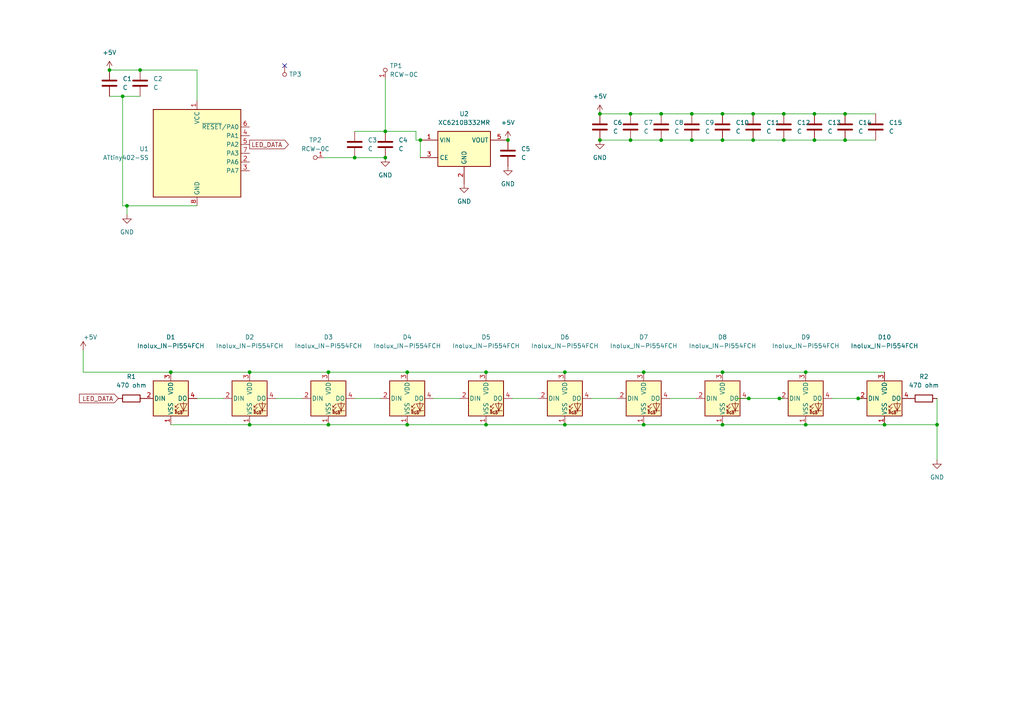
<source format=kicad_sch>
(kicad_sch (version 20211123) (generator eeschema)
  (paper "A4")
  (lib_symbols
    (symbol "Device:C" (pin_numbers hide) (pin_names (offset 0.254))
      (property "Reference" "C" (at 0.635 2.54 0))
      (property "Value" "C" (at 0.635 -2.54 0))
      (symbol "C_0_1"
        (polyline (pts (xy -2.032 -0.762) (xy 2.032 -0.762)) (stroke (width 0.508)))
        (polyline (pts (xy -2.032 0.762) (xy 2.032 0.762)) (stroke (width 0.508)))
      )
      (symbol "C_1_1"
        (pin passive line (at 0 3.81 270) (length 2.794) (name "~") (number "1"))
        (pin passive line (at 0 -3.81 90) (length 2.794) (name "~") (number "2"))
      )
    )
    (symbol "Device:R" (pin_numbers hide) (pin_names (offset 0))
      (property "Reference" "R" (at 2.032 0 90))
      (property "Value" "R" (at 0 0 90))
      (symbol "R_0_1"
        (rectangle (start -1.016 -2.54) (end 1.016 2.54) (stroke (width 0.254)))
      )
      (symbol "R_1_1"
        (pin passive line (at 0 3.81 270) (length 1.27) (name "~") (number "1"))
        (pin passive line (at 0 -3.81 90) (length 1.27) (name "~") (number "2"))
      )
    )
    (symbol "LED:Inolux_IN-PI554FCH" (pin_names (offset 0.254))
      (property "Reference" "D" (at 5.08 5.715 0))
      (property "Value" "Inolux_IN-PI554FCH" (at 1.27 -5.715 0))
      (symbol "Inolux_IN-PI554FCH_0_0"
        (text "RGB" (at 2.286 -4.191 0) (effects (font (size 0.762 0.762))))
      )
      (symbol "Inolux_IN-PI554FCH_0_1"
        (polyline (pts (xy 1.27 -3.556) (xy 1.778 -3.556)))
        (polyline (pts (xy 1.27 -2.54) (xy 1.778 -2.54)))
        (polyline (pts (xy 4.699 -3.556) (xy 2.667 -3.556)))
        (polyline (pts (xy 2.286 -2.54) (xy 1.27 -3.556) (xy 1.27 -3.048)))
        (polyline (pts (xy 2.286 -1.524) (xy 1.27 -2.54) (xy 1.27 -2.032)))
        (polyline (pts (xy 3.683 -1.016) (xy 3.683 -3.556) (xy 3.683 -4.064)))
        (polyline (pts (xy 4.699 -1.524) (xy 2.667 -1.524) (xy 3.683 -3.556) (xy 4.699 -1.524)))
        (rectangle (start 5.08 5.08) (end -5.08 -5.08) (stroke (width 0.254)) (fill (type background)))
      )
      (symbol "Inolux_IN-PI554FCH_1_1"
        (pin power_in line (at 0 -7.62 90) (length 2.54) (name "VSS") (number "1"))
        (pin input line (at -7.62 0 0) (length 2.54) (name "DIN") (number "2"))
        (pin power_in line (at 0 7.62 270) (length 2.54) (name "VDD") (number "3"))
        (pin output line (at 7.62 0 180) (length 2.54) (name "DO") (number "4"))
      )
    )
    (symbol "MCU_Microchip_ATtiny:ATtiny402-SS"
      (property "Reference" "U" (at -12.7 13.97 0))
      (property "Value" "ATtiny402-SS" (at 2.54 -13.97 0))
      (symbol "ATtiny402-SS_0_1"
        (rectangle (start -12.7 -12.7) (end 12.7 12.7) (stroke (width 0.254)) (fill (type background)))
      )
      (symbol "ATtiny402-SS_1_1"
        (pin power_in line (at 0 15.24 270) (length 2.54) (name "VCC") (number "1"))
        (pin bidirectional line (at 15.24 -2.54 180) (length 2.54) (name "PA6") (number "2"))
        (pin bidirectional line (at 15.24 -5.08 180) (length 2.54) (name "PA7") (number "3"))
        (pin bidirectional line (at 15.24 5.08 180) (length 2.54) (name "PA1") (number "4"))
        (pin bidirectional line (at 15.24 2.54 180) (length 2.54) (name "PA2") (number "5"))
        (pin bidirectional line (at 15.24 7.62 180) (length 2.54) (name "~{RESET}/PA0") (number "6"))
        (pin bidirectional line (at 15.24 0 180) (length 2.54) (name "PA3") (number "7"))
        (pin power_in line (at 0 -15.24 90) (length 2.54) (name "GND") (number "8"))
      )
    )
    (symbol "Regulator_Linear:XC6210B332MR"
      (property "Reference" "U" (at 0 8.89 0))
      (property "Value" "XC6210B332MR" (at 0 6.35 0))
      (symbol "XC6210B332MR_0_1"
        (rectangle (start -7.62 5.08) (end 7.62 -5.08) (stroke (width 0.254)) (fill (type background)))
      )
      (symbol "XC6210B332MR_1_1"
        (pin power_in line (at -12.7 2.54 0) (length 5.08) (name "VIN") (number "1"))
        (pin power_in line (at 0 -10.16 90) (length 5.08) (name "GND") (number "2"))
        (pin input line (at -12.7 -2.54 0) (length 5.08) (name "CE") (number "3"))
        (pin no_connect line (at 12.7 -2.54 180) (length 5.08) hide (name "NC") (number "4"))
        (pin power_out line (at 12.7 2.54 180) (length 5.08) (name "VOUT") (number "5"))
      )
    )
    (symbol "dk_Test-Points:5001" (pin_numbers hide) (pin_names (offset 1.016) hide)
      (property "Reference" "TP" (at -1.27 1.27 0))
      (symbol "5001_0_1"
        (circle (center 0 0) (radius 0.5588))
      )
      (symbol "5001_1_1"
        (pin passive line (at 0 2.54 270) (length 1.905) (name "~") (number "1"))
      )
    )
    (symbol "dk_Test-Points:RCW-0C" (pin_names (offset 1.016))
      (property "Reference" "TP" (at -2.54 1.27 0))
      (property "Value" "RCW-0C" (at 0 -2.54 0))
      (symbol "RCW-0C_1_1"
        (circle (center 0 0) (radius 0.5588))
        (pin passive line (at 0 2.54 270) (length 1.905) (name "~") (number "1"))
      )
    )
    (symbol "power:+5V" (power) (pin_names (offset 0))
      (property "Value" "+5V" (at 0 3.556 0))
      (symbol "+5V_0_1"
        (polyline (pts (xy -0.762 1.27) (xy 0 2.54)))
        (polyline (pts (xy 0 0) (xy 0 2.54)))
        (polyline (pts (xy 0 2.54) (xy 0.762 1.27)))
      )
      (symbol "+5V_1_1"
        (pin power_in line (at 0 0 90) (length 0) hide (name "+5V") (number "1"))
      )
    )
    (symbol "power:GND" (power) (pin_names (offset 0))
      (property "Value" "GND" (at 0 -3.81 0))
      (symbol "GND_0_1"
        (polyline (pts (xy 0 0) (xy 0 -1.27) (xy 1.27 -1.27) (xy 0 -2.54) (xy -1.27 -1.27) (xy 0 -1.27)))
      )
      (symbol "GND_1_1"
        (pin power_in line (at 0 0 270) (length 0) hide (name "GND") (number "1"))
      )
    )
  )
  (junction (at 245.11 40.64))
  (junction (at 111.76 45.72))
  (junction (at 233.68 107.95))
  (junction (at 140.97 107.95))
  (junction (at 191.77 40.64))
  (junction (at 163.83 107.95))
  (junction (at 209.55 123.19))
  (junction (at 227.33 40.64))
  (junction (at 186.69 123.19))
  (junction (at 95.25 107.95))
  (junction (at 40.64 20.32))
  (junction (at 245.11 33.02))
  (junction (at 95.25 123.19))
  (junction (at 72.39 123.19))
  (junction (at 49.53 107.95))
  (junction (at 248.92 115.57))
  (junction (at 256.54 123.19))
  (junction (at 121.92 40.64))
  (junction (at 200.66 40.64))
  (junction (at 173.99 40.64))
  (junction (at 118.11 123.19))
  (junction (at 182.88 33.02))
  (junction (at 186.69 107.95))
  (junction (at 31.75 20.32))
  (junction (at 102.87 45.72))
  (junction (at 271.78 123.19))
  (junction (at 118.11 107.95))
  (junction (at 236.22 40.64))
  (junction (at 209.55 107.95))
  (junction (at 163.83 123.19))
  (junction (at 218.44 40.64))
  (junction (at 35.56 27.94))
  (junction (at 173.99 33.02))
  (junction (at 191.77 33.02))
  (junction (at 217.17 115.57))
  (junction (at 236.22 33.02))
  (junction (at 227.33 33.02))
  (junction (at 72.39 107.95))
  (junction (at 147.32 40.64))
  (junction (at 218.44 33.02))
  (junction (at 233.68 123.19))
  (junction (at 36.83 59.69))
  (junction (at 226.06 115.57))
  (junction (at 209.55 33.02))
  (junction (at 182.88 40.64))
  (junction (at 111.76 38.1))
  (junction (at 140.97 123.19))
  (junction (at 200.66 33.02))
  (junction (at 209.55 40.64))
  (no_connect (at 82.55 19.05))
  (wire (pts (xy 111.76 45.72) (xy 102.87 45.72)))
  (wire (pts (xy 256.54 123.19) (xy 271.78 123.19)))
  (wire (pts (xy 194.31 115.57) (xy 201.93 115.57)))
  (wire (pts (xy 200.66 40.64) (xy 209.55 40.64)))
  (wire (pts (xy 140.97 107.95) (xy 163.83 107.95)))
  (wire (pts (xy 57.15 20.32) (xy 40.64 20.32)))
  (wire (pts (xy 31.75 20.32) (xy 40.64 20.32)))
  (wire (pts (xy 271.78 123.19) (xy 271.78 133.35)))
  (wire (pts (xy 171.45 115.57) (xy 179.07 115.57)))
  (wire (pts (xy 209.55 33.02) (xy 218.44 33.02)))
  (wire (pts (xy 218.44 33.02) (xy 227.33 33.02)))
  (wire (pts (xy 118.11 107.95) (xy 140.97 107.95)))
  (wire (pts (xy 209.55 123.19) (xy 233.68 123.19)))
  (wire (pts (xy 95.25 123.19) (xy 118.11 123.19)))
  (wire (pts (xy 49.53 107.95) (xy 72.39 107.95)))
  (wire (pts (xy 236.22 33.02) (xy 245.11 33.02)))
  (wire (pts (xy 182.88 40.64) (xy 191.77 40.64)))
  (wire (pts (xy 191.77 33.02) (xy 200.66 33.02)))
  (wire (pts (xy 209.55 40.64) (xy 218.44 40.64)))
  (wire (pts (xy 36.83 59.69) (xy 57.15 59.69)))
  (wire (pts (xy 209.55 107.95) (xy 233.68 107.95)))
  (wire (pts (xy 245.11 33.02) (xy 254 33.02)))
  (wire (pts (xy 95.25 107.95) (xy 118.11 107.95)))
  (wire (pts (xy 102.87 115.57) (xy 110.49 115.57)))
  (wire (pts (xy 72.39 107.95) (xy 95.25 107.95)))
  (wire (pts (xy 233.68 107.95) (xy 256.54 107.95)))
  (wire (pts (xy 227.33 33.02) (xy 236.22 33.02)))
  (wire (pts (xy 80.01 115.57) (xy 87.63 115.57)))
  (wire (pts (xy 148.59 115.57) (xy 156.21 115.57)))
  (wire (pts (xy 120.65 40.64) (xy 120.65 38.1)))
  (wire (pts (xy 72.39 123.19) (xy 95.25 123.19)))
  (wire (pts (xy 35.56 27.94) (xy 40.64 27.94)))
  (wire (pts (xy 49.53 107.95) (xy 24.13 107.95)))
  (wire (pts (xy 200.66 33.02) (xy 209.55 33.02)))
  (wire (pts (xy 227.33 40.64) (xy 236.22 40.64)))
  (wire (pts (xy 213.36 115.57) (xy 217.17 115.57)))
  (wire (pts (xy 182.88 33.02) (xy 191.77 33.02)))
  (wire (pts (xy 191.77 40.64) (xy 200.66 40.64)))
  (wire (pts (xy 120.65 38.1) (xy 111.76 38.1)))
  (wire (pts (xy 163.83 107.95) (xy 186.69 107.95)))
  (wire (pts (xy 236.22 40.64) (xy 245.11 40.64)))
  (wire (pts (xy 163.83 123.19) (xy 186.69 123.19)))
  (wire (pts (xy 125.73 115.57) (xy 133.35 115.57)))
  (wire (pts (xy 35.56 27.94) (xy 35.56 59.69)))
  (wire (pts (xy 173.99 33.02) (xy 182.88 33.02)))
  (wire (pts (xy 57.15 115.57) (xy 64.77 115.57)))
  (wire (pts (xy 186.69 107.95) (xy 209.55 107.95)))
  (wire (pts (xy 49.53 123.19) (xy 72.39 123.19)))
  (wire (pts (xy 226.06 115.57) (xy 227.33 115.57)))
  (wire (pts (xy 271.78 115.57) (xy 271.78 123.19)))
  (wire (pts (xy 241.3 115.57) (xy 248.92 115.57)))
  (wire (pts (xy 218.44 40.64) (xy 227.33 40.64)))
  (wire (pts (xy 111.76 22.86) (xy 111.76 38.1)))
  (wire (pts (xy 93.98 45.72) (xy 102.87 45.72)))
  (wire (pts (xy 24.13 107.95) (xy 24.13 101.6)))
  (wire (pts (xy 111.76 38.1) (xy 102.87 38.1)))
  (wire (pts (xy 217.17 115.57) (xy 226.06 115.57)))
  (wire (pts (xy 36.83 59.69) (xy 36.83 62.23)))
  (wire (pts (xy 31.75 27.94) (xy 35.56 27.94)))
  (wire (pts (xy 140.97 123.19) (xy 163.83 123.19)))
  (wire (pts (xy 121.92 40.64) (xy 120.65 40.64)))
  (wire (pts (xy 118.11 123.19) (xy 140.97 123.19)))
  (wire (pts (xy 121.92 40.64) (xy 121.92 45.72)))
  (wire (pts (xy 245.11 40.64) (xy 254 40.64)))
  (wire (pts (xy 248.92 115.57) (xy 250.19 115.57)))
  (wire (pts (xy 35.56 59.69) (xy 36.83 59.69)))
  (wire (pts (xy 186.69 123.19) (xy 209.55 123.19)))
  (wire (pts (xy 233.68 123.19) (xy 256.54 123.19)))
  (wire (pts (xy 57.15 29.21) (xy 57.15 20.32)))
  (wire (pts (xy 173.99 40.64) (xy 182.88 40.64)))
  (global_label "LED_DATA" (shape input) (at 34.29 115.57 180) (property "Intersheet References" "${INTERSHEET_REFS}" (effects hide)))
  (global_label "LED_DATA" (shape output) (at 72.39 41.91 0) (property "Intersheet References" "${INTERSHEET_REFS}" (effects hide)))
  (symbol (lib_id "Device:C") (at 111.76 41.91 180) (unit 1)
    (property "Reference" "C4" (at 115.57 40.6399 0) (effects (justify right)))
    (property "Value" "C" (at 115.57 43.1799 0) (effects (justify right)))
    (property "Footprint" "Capacitor_SMD:C_0603_1608Metric_Pad1.08x0.95mm_HandSolder" (effects hide))
  )
  (symbol (lib_id "power:+5V") (at 31.75 20.32 0) (unit 1)
    (property "Reference" "#PWR0107" (effects hide))
    (property "Value" "+5V" (at 31.75 15.24 0))
  )
  (symbol (lib_id "Device:C") (at 200.66 36.83 0) (unit 1)
    (property "Reference" "C9" (at 204.47 35.5599 0) (effects (justify left)))
    (property "Value" "C" (at 204.47 38.0999 0) (effects (justify left)))
    (property "Footprint" "Capacitor_SMD:C_0603_1608Metric_Pad1.08x0.95mm_HandSolder" (effects hide))
  )
  (symbol (lib_id "LED:Inolux_IN-PI554FCH") (at 118.11 115.57 0) (unit 1)
    (property "Reference" "D4" (at 118.11 97.79 0))
    (property "Value" "Inolux_IN-PI554FCH" (at 118.11 100.33 0))
    (property "Footprint" "LED_SMD:LED_Inolux_IN-PI554FCH_PLCC4_5.0x5.0mm_P3.2mm" (effects hide))
    (property "Datasheet" "http://www.inolux-corp.com/datasheet/SMDLED/Addressable%20LED/IN-PI554FCH.pdf" (effects hide))
  )
  (symbol (lib_id "power:GND") (at 271.78 133.35 0) (unit 1)
    (property "Reference" "#PWR0105" (effects hide))
    (property "Value" "GND" (at 271.78 138.43 0))
  )
  (symbol (lib_id "Device:C") (at 209.55 36.83 0) (unit 1)
    (property "Reference" "C10" (at 213.36 35.5599 0) (effects (justify left)))
    (property "Value" "C" (at 213.36 38.0999 0) (effects (justify left)))
    (property "Footprint" "Capacitor_SMD:C_0603_1608Metric_Pad1.08x0.95mm_HandSolder" (effects hide))
  )
  (symbol (lib_id "LED:Inolux_IN-PI554FCH") (at 186.69 115.57 0) (unit 1)
    (property "Reference" "D7" (at 186.69 97.79 0))
    (property "Value" "Inolux_IN-PI554FCH" (at 186.69 100.33 0))
    (property "Footprint" "LED_SMD:LED_Inolux_IN-PI554FCH_PLCC4_5.0x5.0mm_P3.2mm" (effects hide))
    (property "Datasheet" "http://www.inolux-corp.com/datasheet/SMDLED/Addressable%20LED/IN-PI554FCH.pdf" (effects hide))
  )
  (symbol (lib_id "Device:C") (at 182.88 36.83 0) (unit 1)
    (property "Reference" "C7" (at 186.69 35.5599 0) (effects (justify left)))
    (property "Value" "C" (at 186.69 38.0999 0) (effects (justify left)))
    (property "Footprint" "Capacitor_SMD:C_0603_1608Metric_Pad1.08x0.95mm_HandSolder" (effects hide))
  )
  (symbol (lib_id "Device:C") (at 191.77 36.83 0) (unit 1)
    (property "Reference" "C8" (at 195.58 35.5599 0) (effects (justify left)))
    (property "Value" "C" (at 195.58 38.0999 0) (effects (justify left)))
    (property "Footprint" "Capacitor_SMD:C_0603_1608Metric_Pad1.08x0.95mm_HandSolder" (effects hide))
  )
  (symbol (lib_id "Device:C") (at 236.22 36.83 0) (unit 1)
    (property "Reference" "C13" (at 240.03 35.5599 0) (effects (justify left)))
    (property "Value" "C" (at 240.03 38.0999 0) (effects (justify left)))
    (property "Footprint" "Capacitor_SMD:C_0603_1608Metric_Pad1.08x0.95mm_HandSolder" (effects hide))
  )
  (symbol (lib_id "MCU_Microchip_ATtiny:ATtiny402-SS") (at 57.15 44.45 0) (unit 1)
    (property "Reference" "U1" (at 43.18 43.1799 0) (effects (justify right)))
    (property "Value" "ATtiny402-SS" (at 43.18 45.7199 0) (effects (justify right)))
    (property "Footprint" "Package_SO:SOIC-8_3.9x4.9mm_P1.27mm" (effects hide))
    (property "Datasheet" "http://ww1.microchip.com/downloads/en/DeviceDoc/ATtiny202-402-AVR-MCU-with-Core-Independent-Peripherals_and-picoPower-40001969A.pdf" (effects hide))
  )
  (symbol (lib_id "LED:Inolux_IN-PI554FCH") (at 233.68 115.57 0) (unit 1)
    (property "Reference" "D9" (at 233.68 97.79 0))
    (property "Value" "Inolux_IN-PI554FCH" (at 233.68 100.33 0))
    (property "Footprint" "LED_SMD:LED_Inolux_IN-PI554FCH_PLCC4_5.0x5.0mm_P3.2mm" (effects hide))
    (property "Datasheet" "http://www.inolux-corp.com/datasheet/SMDLED/Addressable%20LED/IN-PI554FCH.pdf" (effects hide))
  )
  (symbol (lib_id "LED:Inolux_IN-PI554FCH") (at 256.54 115.57 0) (unit 1)
    (property "Reference" "D10" (at 256.54 97.79 0))
    (property "Value" "Inolux_IN-PI554FCH" (at 256.54 100.33 0))
    (property "Footprint" "LED_SMD:LED_Inolux_IN-PI554FCH_PLCC4_5.0x5.0mm_P3.2mm" (effects hide))
    (property "Datasheet" "http://www.inolux-corp.com/datasheet/SMDLED/Addressable%20LED/IN-PI554FCH.pdf" (effects hide))
  )
  (symbol (lib_id "Device:C") (at 31.75 24.13 0) (unit 1)
    (property "Reference" "C1" (at 35.56 22.8599 0) (effects (justify left)))
    (property "Value" "C" (at 35.56 25.3999 0) (effects (justify left)))
    (property "Footprint" "Capacitor_SMD:C_0603_1608Metric_Pad1.08x0.95mm_HandSolder" (effects hide))
  )
  (symbol (lib_id "dk_Test-Points:5001") (at 82.55 21.59 0) (unit 1)
    (property "Reference" "TP3" (at 83.82 21.5518 0) (effects (justify left)))
    (property "Value" "5001" (effects hide))
    (property "Footprint" "Connector_PinSocket_2.54mm:PinSocket_1x01_P2.54mm_Vertical" (effects hide))
    (property "Datasheet" "http://www.keyelco.com/product-pdf.cfm?p=1310" (effects hide))
    (property "Digi-Key_PN" "36-5001-ND" (effects hide))
    (property "MPN" "5001" (effects hide))
    (property "Category" "Test and Measurement" (effects hide))
    (property "Family" "Test Points" (effects hide))
    (property "DK_Datasheet_Link" "http://www.keyelco.com/product-pdf.cfm?p=1310" (effects hide))
    (property "DK_Detail_Page" "/product-detail/en/keystone-electronics/5001/36-5001-ND/255327" (effects hide))
    (property "Description" "PC TEST POINT MINIATURE BLACK" (effects hide))
    (property "Manufacturer" "Keystone Electronics" (effects hide))
    (property "Status" "Active" (effects hide))
  )
  (symbol (lib_id "power:GND") (at 36.83 62.23 0) (unit 1)
    (property "Reference" "#PWR0108" (effects hide))
    (property "Value" "GND" (at 36.83 67.31 0))
  )
  (symbol (lib_id "Device:C") (at 147.32 44.45 0) (unit 1)
    (property "Reference" "C5" (at 151.13 43.1799 0) (effects (justify left)))
    (property "Value" "C" (at 151.13 45.7199 0) (effects (justify left)))
    (property "Footprint" "Capacitor_SMD:C_0603_1608Metric_Pad1.08x0.95mm_HandSolder" (effects hide))
  )
  (symbol (lib_id "dk_Test-Points:RCW-0C") (at 91.44 45.72 270) (unit 1)
    (property "Reference" "TP2" (at 91.4781 40.64 90))
    (property "Value" "RCW-0C" (at 91.4781 43.18 90))
    (property "Footprint" "digikey-footprints:PROBE_PAD_1206" (effects hide))
    (property "Datasheet" "https://www.te.com/commerce/DocumentDelivery/DDEController?Action=srchrtrv&DocNm=1773266&DocType=DS&DocLang=English" (effects hide))
    (property "Digi-Key_PN" "A106146CT-ND" (effects hide))
    (property "MPN" "RCW-0C" (effects hide))
    (property "Category" "Test and Measurement" (effects hide))
    (property "Family" "Test Points" (effects hide))
    (property "DK_Datasheet_Link" "https://www.te.com/commerce/DocumentDelivery/DDEController?Action=srchrtrv&DocNm=1773266&DocType=DS&DocLang=English" (effects hide))
    (property "DK_Detail_Page" "/product-detail/en/te-connectivity-amp-connectors/RCW-0C/A106146CT-ND/3477803" (effects hide))
    (property "Description" "PC TEST POINT NATURAL" (effects hide))
    (property "Manufacturer" "TE Connectivity AMP Connectors" (effects hide))
    (property "Status" "Active" (effects hide))
  )
  (symbol (lib_id "LED:Inolux_IN-PI554FCH") (at 209.55 115.57 0) (unit 1)
    (property "Reference" "D8" (at 209.55 97.79 0))
    (property "Value" "Inolux_IN-PI554FCH" (at 209.55 100.33 0))
    (property "Footprint" "LED_SMD:LED_Inolux_IN-PI554FCH_PLCC4_5.0x5.0mm_P3.2mm" (effects hide))
    (property "Datasheet" "http://www.inolux-corp.com/datasheet/SMDLED/Addressable%20LED/IN-PI554FCH.pdf" (effects hide))
  )
  (symbol (lib_id "power:GND") (at 134.62 53.34 0) (unit 1)
    (property "Reference" "#PWR0102" (effects hide))
    (property "Value" "GND" (at 134.62 58.42 0))
  )
  (symbol (lib_id "Device:C") (at 173.99 36.83 0) (unit 1)
    (property "Reference" "C6" (at 177.8 35.5599 0) (effects (justify left)))
    (property "Value" "C" (at 177.8 38.0999 0) (effects (justify left)))
    (property "Footprint" "Capacitor_SMD:C_0603_1608Metric_Pad1.08x0.95mm_HandSolder" (effects hide))
  )
  (symbol (lib_id "Device:C") (at 218.44 36.83 0) (unit 1)
    (property "Reference" "C11" (at 222.25 35.5599 0) (effects (justify left)))
    (property "Value" "C" (at 222.25 38.0999 0) (effects (justify left)))
    (property "Footprint" "Capacitor_SMD:C_0603_1608Metric_Pad1.08x0.95mm_HandSolder" (effects hide))
  )
  (symbol (lib_id "Device:C") (at 227.33 36.83 0) (unit 1)
    (property "Reference" "C12" (at 231.14 35.5599 0) (effects (justify left)))
    (property "Value" "C" (at 231.14 38.0999 0) (effects (justify left)))
    (property "Footprint" "Capacitor_SMD:C_0603_1608Metric_Pad1.08x0.95mm_HandSolder" (effects hide))
  )
  (symbol (lib_id "power:+5V") (at 24.13 101.6 0) (unit 1)
    (property "Reference" "#PWR0106" (effects hide))
    (property "Value" "+5V" (at 24.1301 97.79 0) (effects (justify left)))
  )
  (symbol (lib_id "power:GND") (at 147.32 48.26 0) (unit 1)
    (property "Reference" "#PWR0103" (effects hide))
    (property "Value" "GND" (at 147.32 53.34 0))
  )
  (symbol (lib_id "power:GND") (at 173.99 40.64 0) (unit 1)
    (property "Reference" "#PWR0101" (effects hide))
    (property "Value" "GND" (at 173.99 45.72 0))
  )
  (symbol (lib_id "power:+5V") (at 173.99 33.02 0) (unit 1)
    (property "Reference" "#PWR0111" (effects hide))
    (property "Value" "+5V" (at 173.99 27.94 0))
  )
  (symbol (lib_id "LED:Inolux_IN-PI554FCH") (at 49.53 115.57 0) (unit 1)
    (property "Reference" "D1" (at 49.53 97.79 0))
    (property "Value" "Inolux_IN-PI554FCH" (at 49.53 100.33 0))
    (property "Footprint" "LED_SMD:LED_Inolux_IN-PI554FCH_PLCC4_5.0x5.0mm_P3.2mm" (effects hide))
    (property "Datasheet" "http://www.inolux-corp.com/datasheet/SMDLED/Addressable%20LED/IN-PI554FCH.pdf" (effects hide))
  )
  (symbol (lib_id "power:GND") (at 111.76 45.72 0) (unit 1)
    (property "Reference" "#PWR0109" (effects hide))
    (property "Value" "GND" (at 111.76 50.8 0))
  )
  (symbol (lib_id "Device:C") (at 102.87 41.91 180) (unit 1)
    (property "Reference" "C3" (at 106.68 40.6399 0) (effects (justify right)))
    (property "Value" "C" (at 106.68 43.1799 0) (effects (justify right)))
    (property "Footprint" "Capacitor_SMD:C_0603_1608Metric_Pad1.08x0.95mm_HandSolder" (effects hide))
  )
  (symbol (lib_id "Device:R") (at 267.97 115.57 90) (unit 1)
    (property "Reference" "R2" (at 267.97 109.22 90))
    (property "Value" "470 ohm" (at 267.97 111.76 90))
    (property "Footprint" "Resistor_SMD:R_0603_1608Metric_Pad0.98x0.95mm_HandSolder" (effects hide))
  )
  (symbol (lib_id "Device:C") (at 40.64 24.13 0) (unit 1)
    (property "Reference" "C2" (at 44.45 22.8599 0) (effects (justify left)))
    (property "Value" "C" (at 44.45 25.3999 0) (effects (justify left)))
    (property "Footprint" "Capacitor_SMD:C_0603_1608Metric_Pad1.08x0.95mm_HandSolder" (effects hide))
  )
  (symbol (lib_id "Device:C") (at 254 36.83 0) (unit 1)
    (property "Reference" "C15" (at 257.81 35.5599 0) (effects (justify left)))
    (property "Value" "C" (at 257.81 38.0999 0) (effects (justify left)))
    (property "Footprint" "Capacitor_SMD:C_0603_1608Metric_Pad1.08x0.95mm_HandSolder" (effects hide))
  )
  (symbol (lib_id "LED:Inolux_IN-PI554FCH") (at 140.97 115.57 0) (unit 1)
    (property "Reference" "D5" (at 140.97 97.79 0))
    (property "Value" "Inolux_IN-PI554FCH" (at 140.97 100.33 0))
    (property "Footprint" "LED_SMD:LED_Inolux_IN-PI554FCH_PLCC4_5.0x5.0mm_P3.2mm" (effects hide))
    (property "Datasheet" "http://www.inolux-corp.com/datasheet/SMDLED/Addressable%20LED/IN-PI554FCH.pdf" (effects hide))
  )
  (symbol (lib_id "Device:R") (at 38.1 115.57 90) (unit 1)
    (property "Reference" "R1" (at 38.1 109.22 90))
    (property "Value" "470 ohm" (at 38.1 111.76 90))
    (property "Footprint" "Resistor_SMD:R_0603_1608Metric_Pad0.98x0.95mm_HandSolder" (effects hide))
  )
  (symbol (lib_id "dk_Test-Points:RCW-0C") (at 111.76 20.32 180) (unit 1)
    (property "Reference" "TP1" (at 113.03 19.088 0) (effects (justify right)))
    (property "Value" "RCW-0C" (at 113.03 21.628 0) (effects (justify right)))
    (property "Footprint" "digikey-footprints:PROBE_PAD_1206" (effects hide))
    (property "Datasheet" "https://www.te.com/commerce/DocumentDelivery/DDEController?Action=srchrtrv&DocNm=1773266&DocType=DS&DocLang=English" (effects hide))
    (property "Digi-Key_PN" "A106146CT-ND" (effects hide))
    (property "MPN" "RCW-0C" (effects hide))
    (property "Category" "Test and Measurement" (effects hide))
    (property "Family" "Test Points" (effects hide))
    (property "DK_Datasheet_Link" "https://www.te.com/commerce/DocumentDelivery/DDEController?Action=srchrtrv&DocNm=1773266&DocType=DS&DocLang=English" (effects hide))
    (property "DK_Detail_Page" "/product-detail/en/te-connectivity-amp-connectors/RCW-0C/A106146CT-ND/3477803" (effects hide))
    (property "Description" "PC TEST POINT NATURAL" (effects hide))
    (property "Manufacturer" "TE Connectivity AMP Connectors" (effects hide))
    (property "Status" "Active" (effects hide))
  )
  (symbol (lib_id "Device:C") (at 245.11 36.83 0) (unit 1)
    (property "Reference" "C14" (at 248.92 35.5599 0) (effects (justify left)))
    (property "Value" "C" (at 248.92 38.0999 0) (effects (justify left)))
    (property "Footprint" "Capacitor_SMD:C_0603_1608Metric_Pad1.08x0.95mm_HandSolder" (effects hide))
  )
  (symbol (lib_id "LED:Inolux_IN-PI554FCH") (at 72.39 115.57 0) (unit 1)
    (property "Reference" "D2" (at 72.39 97.79 0))
    (property "Value" "Inolux_IN-PI554FCH" (at 72.39 100.33 0))
    (property "Footprint" "LED_SMD:LED_Inolux_IN-PI554FCH_PLCC4_5.0x5.0mm_P3.2mm" (effects hide))
    (property "Datasheet" "http://www.inolux-corp.com/datasheet/SMDLED/Addressable%20LED/IN-PI554FCH.pdf" (effects hide))
  )
  (symbol (lib_id "power:+5V") (at 147.32 40.64 0) (unit 1)
    (property "Reference" "#PWR0104" (effects hide))
    (property "Value" "+5V" (at 147.32 35.56 0))
  )
  (symbol (lib_id "Regulator_Linear:XC6210B332MR") (at 134.62 43.18 0) (unit 1)
    (property "Reference" "U2" (at 134.62 33.02 0))
    (property "Value" "XC6210B332MR" (at 134.62 35.56 0))
    (property "Footprint" "Package_TO_SOT_SMD:SOT-89-5_Handsoldering" (effects hide))
    (property "Datasheet" "https://www.torexsemi.com/file/xc6210/XC6210.pdf" (effects hide))
  )
  (symbol (lib_id "LED:Inolux_IN-PI554FCH") (at 95.25 115.57 0) (unit 1)
    (property "Reference" "D3" (at 95.25 97.79 0))
    (property "Value" "Inolux_IN-PI554FCH" (at 95.25 100.33 0))
    (property "Footprint" "LED_SMD:LED_Inolux_IN-PI554FCH_PLCC4_5.0x5.0mm_P3.2mm" (effects hide))
    (property "Datasheet" "http://www.inolux-corp.com/datasheet/SMDLED/Addressable%20LED/IN-PI554FCH.pdf" (effects hide))
  )
  (symbol (lib_id "LED:Inolux_IN-PI554FCH") (at 163.83 115.57 0) (unit 1)
    (property "Reference" "D6" (at 163.83 97.79 0))
    (property "Value" "Inolux_IN-PI554FCH" (at 163.83 100.33 0))
    (property "Footprint" "LED_SMD:LED_Inolux_IN-PI554FCH_PLCC4_5.0x5.0mm_P3.2mm" (effects hide))
    (property "Datasheet" "http://www.inolux-corp.com/datasheet/SMDLED/Addressable%20LED/IN-PI554FCH.pdf" (effects hide))
  )
)
</source>
